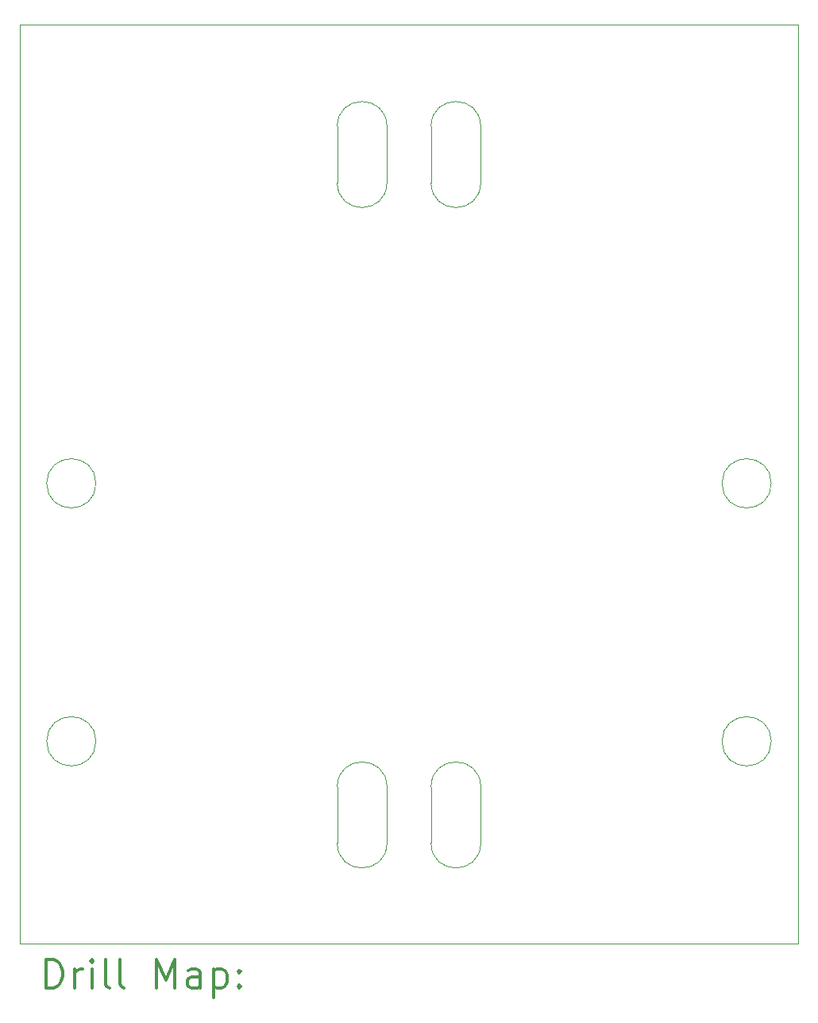
<source format=gbr>
%FSLAX45Y45*%
G04 Gerber Fmt 4.5, Leading zero omitted, Abs format (unit mm)*
G04 Created by KiCad (PCBNEW (5.1.10)-1) date 2022-05-09 17:55:40*
%MOMM*%
%LPD*%
G01*
G04 APERTURE LIST*
%TA.AperFunction,Profile*%
%ADD10C,0.050000*%
%TD*%
%ADD11C,0.200000*%
%ADD12C,0.300000*%
G04 APERTURE END LIST*
D10*
X15215000Y-15300000D02*
G75*
G02*
X14685000Y-15300000I-265000J0D01*
G01*
X14685000Y-14700000D02*
G75*
G02*
X15215000Y-14700000I265000J0D01*
G01*
X14215000Y-15300000D02*
G75*
G02*
X13685000Y-15300000I-265000J0D01*
G01*
X13685000Y-14700000D02*
G75*
G02*
X14215000Y-14700000I265000J0D01*
G01*
X15215000Y-8260000D02*
G75*
G02*
X14685000Y-8260000I-265000J0D01*
G01*
X14685000Y-7660000D02*
G75*
G02*
X15215000Y-7660000I265000J0D01*
G01*
X13685000Y-7660000D02*
G75*
G02*
X14215000Y-7660000I265000J0D01*
G01*
X14215000Y-8260000D02*
G75*
G02*
X13685000Y-8260000I-265000J0D01*
G01*
X15215000Y-7660000D02*
X15215000Y-8260000D01*
X14685000Y-7660000D02*
X14685000Y-8260000D01*
X13685000Y-7660000D02*
X13685000Y-8260000D01*
X14215000Y-7660000D02*
X14215000Y-8260000D01*
X15215000Y-15300000D02*
X15215000Y-14700000D01*
X14685000Y-14700000D02*
X14685000Y-15300000D01*
X14215000Y-15300000D02*
X14215000Y-14700000D01*
X13685000Y-15300000D02*
X13685000Y-14700000D01*
X18312500Y-11465000D02*
G75*
G03*
X18312500Y-11465000I-262500J0D01*
G01*
X18312500Y-14215000D02*
G75*
G03*
X18312500Y-14215000I-262500J0D01*
G01*
X11112500Y-14215000D02*
G75*
G03*
X11112500Y-14215000I-262500J0D01*
G01*
X11112500Y-11465000D02*
G75*
G03*
X11112500Y-11465000I-262500J0D01*
G01*
X18600000Y-6575000D02*
X10300000Y-6575000D01*
X18600000Y-16375000D02*
X18600000Y-6575000D01*
X10300000Y-16375000D02*
X18600000Y-16375000D01*
X10300000Y-6575000D02*
X10300000Y-16375000D01*
D11*
D12*
X10583928Y-16843214D02*
X10583928Y-16543214D01*
X10655357Y-16543214D01*
X10698214Y-16557500D01*
X10726786Y-16586071D01*
X10741071Y-16614643D01*
X10755357Y-16671786D01*
X10755357Y-16714643D01*
X10741071Y-16771786D01*
X10726786Y-16800357D01*
X10698214Y-16828929D01*
X10655357Y-16843214D01*
X10583928Y-16843214D01*
X10883928Y-16843214D02*
X10883928Y-16643214D01*
X10883928Y-16700357D02*
X10898214Y-16671786D01*
X10912500Y-16657500D01*
X10941071Y-16643214D01*
X10969643Y-16643214D01*
X11069643Y-16843214D02*
X11069643Y-16643214D01*
X11069643Y-16543214D02*
X11055357Y-16557500D01*
X11069643Y-16571786D01*
X11083928Y-16557500D01*
X11069643Y-16543214D01*
X11069643Y-16571786D01*
X11255357Y-16843214D02*
X11226786Y-16828929D01*
X11212500Y-16800357D01*
X11212500Y-16543214D01*
X11412500Y-16843214D02*
X11383928Y-16828929D01*
X11369643Y-16800357D01*
X11369643Y-16543214D01*
X11755357Y-16843214D02*
X11755357Y-16543214D01*
X11855357Y-16757500D01*
X11955357Y-16543214D01*
X11955357Y-16843214D01*
X12226786Y-16843214D02*
X12226786Y-16686071D01*
X12212500Y-16657500D01*
X12183928Y-16643214D01*
X12126786Y-16643214D01*
X12098214Y-16657500D01*
X12226786Y-16828929D02*
X12198214Y-16843214D01*
X12126786Y-16843214D01*
X12098214Y-16828929D01*
X12083928Y-16800357D01*
X12083928Y-16771786D01*
X12098214Y-16743214D01*
X12126786Y-16728929D01*
X12198214Y-16728929D01*
X12226786Y-16714643D01*
X12369643Y-16643214D02*
X12369643Y-16943214D01*
X12369643Y-16657500D02*
X12398214Y-16643214D01*
X12455357Y-16643214D01*
X12483928Y-16657500D01*
X12498214Y-16671786D01*
X12512500Y-16700357D01*
X12512500Y-16786072D01*
X12498214Y-16814643D01*
X12483928Y-16828929D01*
X12455357Y-16843214D01*
X12398214Y-16843214D01*
X12369643Y-16828929D01*
X12641071Y-16814643D02*
X12655357Y-16828929D01*
X12641071Y-16843214D01*
X12626786Y-16828929D01*
X12641071Y-16814643D01*
X12641071Y-16843214D01*
X12641071Y-16657500D02*
X12655357Y-16671786D01*
X12641071Y-16686071D01*
X12626786Y-16671786D01*
X12641071Y-16657500D01*
X12641071Y-16686071D01*
M02*

</source>
